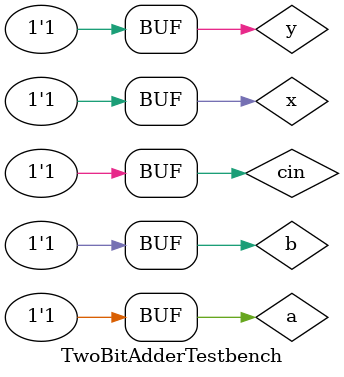
<source format=sv>
`timescale 1ns / 1ps


module TwoBitAdderTestbench(
    );

    logic x, y, a, b, cin;
    logic sum1, sum2, cout;
        
    TwoBitAdder adder(x, y, a, b, cin, sum1, sum2, cout);
        
    initial begin
        # 5;
        x = 0; y = 0; a = 0; b = 0; cin = 0; # 5;
        x = 0; y = 0; a = 0; b = 0; cin = 1; # 5;
        x = 0; y = 0; a = 0; b = 1; cin = 0; # 5;
        x = 0; y = 0; a = 0; b = 1; cin = 1; # 5;
        x = 0; y = 0; a = 1; b = 0; cin = 0; # 5;
        x = 0; y = 0; a = 1; b = 0; cin = 1; # 5;
        x = 0; y = 0; a = 1; b = 1; cin = 0; # 5;
        x = 0; y = 0; a = 1; b = 1; cin = 1; # 5;
        x = 0; y = 1; a = 0; b = 0; cin = 0; # 5;
        x = 0; y = 1; a = 0; b = 0; cin = 1; # 5;
        x = 0; y = 1; a = 0; b = 1; cin = 0; # 5;
        x = 0; y = 1; a = 0; b = 1; cin = 1; # 5;
        x = 0; y = 1; a = 1; b = 0; cin = 0; # 5;
        x = 0; y = 1; a = 1; b = 0; cin = 1; # 5;
        x = 0; y = 1; a = 1; b = 1; cin = 0; # 5;
        x = 0; y = 1; a = 1; b = 1; cin = 1; # 5;
        x = 1; y = 0; a = 0; b = 0; cin = 0; # 5;
        x = 1; y = 0; a = 0; b = 0; cin = 0; # 5;
        x = 1; y = 0; a = 0; b = 0; cin = 1; # 5;
        x = 1; y = 0; a = 0; b = 1; cin = 0; # 5;
        x = 1; y = 0; a = 0; b = 1; cin = 1; # 5;
        x = 1; y = 0; a = 1; b = 0; cin = 0; # 5;
        x = 1; y = 0; a = 1; b = 0; cin = 1; # 5;
        x = 1; y = 0; a = 1; b = 1; cin = 0; # 5;
        x = 1; y = 0; a = 1; b = 1; cin = 1; # 5;
        x = 1; y = 1; a = 0; b = 0; cin = 0; # 5;
        x = 1; y = 1; a = 0; b = 0; cin = 1; # 5;
        x = 1; y = 1; a = 0; b = 1; cin = 0; # 5;
        x = 1; y = 1; a = 0; b = 1; cin = 1; # 5;
        x = 1; y = 1; a = 1; b = 0; cin = 0; # 5;
        x = 1; y = 1; a = 1; b = 0; cin = 1; # 5;
        x = 1; y = 1; a = 1; b = 1; cin = 0; # 5;
        x = 1; y = 1; a = 1; b = 1; cin = 1; # 5;
    end
endmodule
</source>
